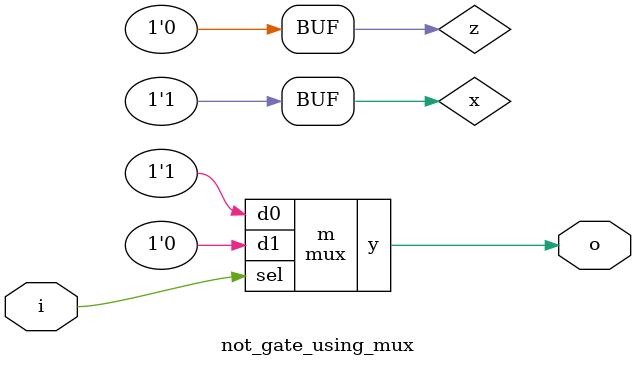
<source format=sv>

module mux
(
  input  d0, d1,
  input  sel,
  output y
);

  assign y = sel ? d1 : d0;

endmodule

//----------------------------------------------------------------------------
// Task
//----------------------------------------------------------------------------

module not_gate_using_mux
(
    input  i,
    output o
);

wire z = 0;
wire x = 1;

mux m (
  .d0 (x),
  .d1 (z), 
  .sel (i),
  .y (o)
  );

endmodule

</source>
